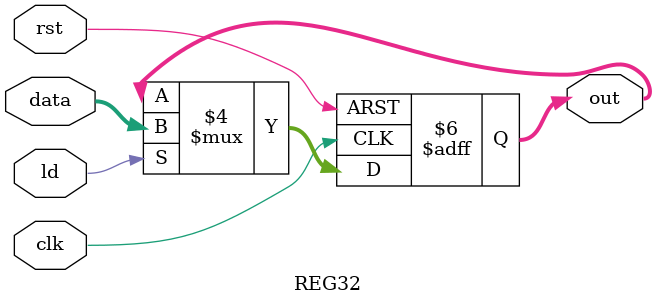
<source format=sv>
`timescale 1ns/1ns

module REG16(input rst, clk, ld, input [15:0]data, output reg [15:0]out);

  
  always @(posedge clk,posedge rst) begin
    
      if(rst) out<=16'b0;
        
      else if(ld==1) out<=data;
        
      else out<=out;
  end
    
    
endmodule

`timescale 1ns/1ns

module REG32(input rst, clk, ld, input [31:0]data, output reg [31:0]out);

  
  always @(posedge clk,posedge rst) begin
    
      if(rst) out<=31'b0;
        
      else if(ld==1) out<=data;
        
      else out<=out;
  end
    
    
endmodule

</source>
